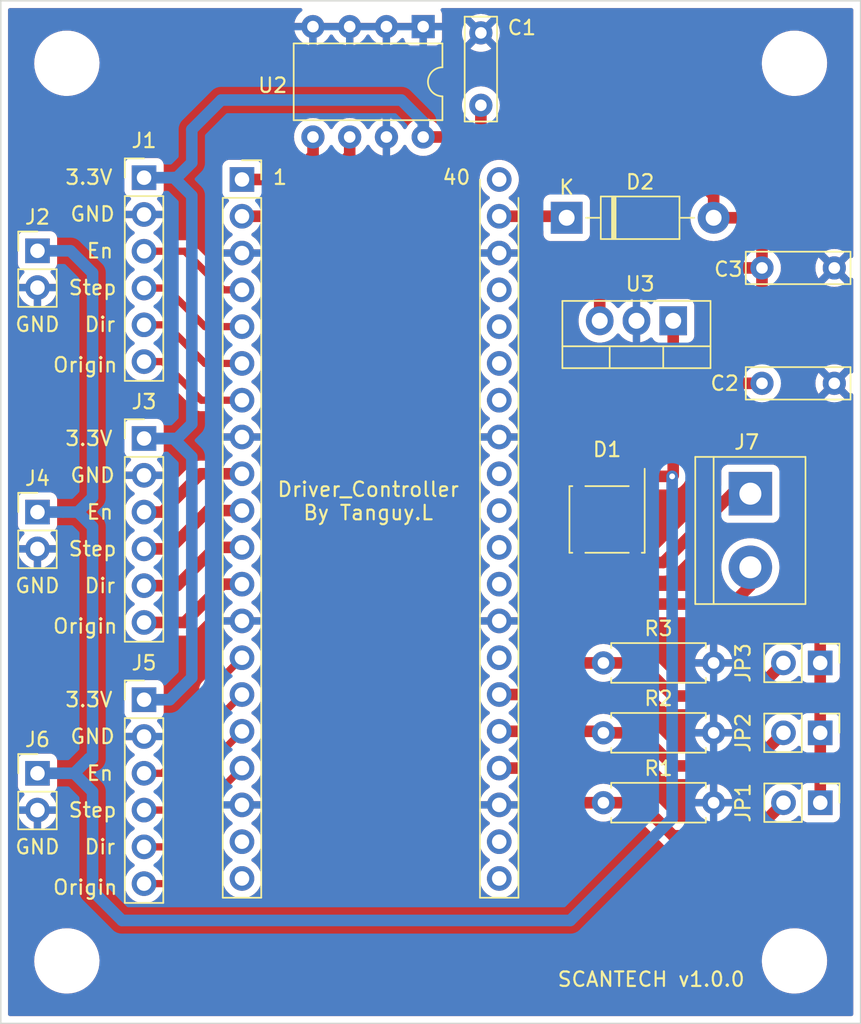
<source format=kicad_pcb>
(kicad_pcb (version 20211014) (generator pcbnew)
  (layers (0 "F.Cu" signal) (31 "B.Cu" signal) (34 "B.Paste" user) (35 "F.Paste" user) (36 "B.SilkS" user "B.Silkscreen") (37 "F.SilkS" user "F.Silkscreen") (38 "B.Mask" user) (39 "F.Mask" user) (44 "Edge.Cuts" user))
  (net 0 "")
  (net 1 "+3.3V")
  (net 2 "GND")
  (net 3 "Net-(C2-Pad1)")
  (net 4 "Net-(D1-Pad3)")
  (net 5 "Net-(D1-Pad4)")
  (net 6 "Net-(D2-Pad1)")
  (net 7 "Net-(J1-Pad3)")
  (net 8 "Net-(J1-Pad4)")
  (net 9 "Net-(J1-Pad5)")
  (net 10 "Net-(J1-Pad6)")
  (net 11 "Net-(J3-Pad3)")
  (net 12 "Net-(J3-Pad4)")
  (net 13 "Net-(J3-Pad5)")
  (net 14 "Net-(J3-Pad6)")
  (net 15 "Net-(J5-Pad3)")
  (net 16 "Net-(J5-Pad4)")
  (net 17 "Net-(J5-Pad5)")
  (net 18 "Net-(J5-Pad6)")
  (net 19 "Net-(JP1-Pad2)")
  (net 20 "Net-(JP2-Pad2)")
  (net 21 "Net-(JP3-Pad2)")
  (net 22 "Net-(U1-Pad2)")
  (net 23 "Net-(U1-Pad1)")
  (footprint "Resistor_THT:R_Axial_DIN0207_L6.3mm_D2.5mm_P7.62mm_Horizontal" (layer "F.Cu") (at 151.638 106.68)
    (fp_text reference "R3" (at 3.81 -2.37) (layer "F.SilkS"))
    (fp_text value "10k")
    (fp_line (start 0.54 -1.37) (end 7.08 -1.37) (layer "F.SilkS") (width 0.12))
    (fp_line (start 7.08 1.37) (end 7.08 1.04) (layer "F.SilkS") (width 0.12))
    (fp_line (start 0.54 1.37) (end 7.08 1.37) (layer "F.SilkS") (width 0.12))
    (fp_line (start 7.08 -1.37) (end 7.08 -1.04) (layer "F.SilkS") (width 0.12))
    (fp_line (start 0.54 -1.04) (end 0.54 -1.37) (layer "F.SilkS") (width 0.12))
    (fp_line (start 0.54 1.04) (end 0.54 1.37) (layer "F.SilkS") (width 0.12))
    (pad "1" thru_hole circle (at 0 0) (size 1.6 1.6) (drill 0.8) (layers *.Cu *.Mask) (net 21 "Net-(JP3-Pad2)"))
    (pad "2" thru_hole oval (at 7.62 0) (size 1.6 1.6) (drill 0.8) (layers *.Cu *.Mask) (net 2 "GND"))
  )
  (footprint "MountingHole:MountingHole_3.5mm" (layer "F.Cu") (at 164.846 127.254)
    (fp_text reference "REF**" hide)
    (fp_text value "MountingHole_3.5mm" hide)
    (pad "" np_thru_hole circle (at 0 0) (size 3.5 3.5) (drill 3.5) (layers *.Cu *.Mask))
  )
  (footprint "Capacitor_THT:C_Rect_L7.0mm_W2.0mm_P5.00mm" (layer "F.Cu") (at 143.17 68.18 90)
    (fp_text reference "C1" (at 5.36 2.83 180) (layer "F.SilkS"))
    (fp_text value "100nF")
    (fp_line (start -1.12 -1.12) (end -1.12 1.12) (layer "F.SilkS") (width 0.12))
    (fp_line (start -1.12 -1.12) (end 6.12 -1.12) (layer "F.SilkS") (width 0.12))
    (fp_line (start -1.12 1.12) (end 6.12 1.12) (layer "F.SilkS") (width 0.12))
    (fp_line (start 6.12 -1.12) (end 6.12 1.12) (layer "F.SilkS") (width 0.12))
    (pad "1" thru_hole circle (at 0 0 90) (size 1.6 1.6) (drill 0.8) (layers *.Cu *.Mask) (net 1 "+3.3V"))
    (pad "2" thru_hole circle (at 5 0 90) (size 1.6 1.6) (drill 0.8) (layers *.Cu *.Mask) (net 2 "GND"))
  )
  (footprint "Capacitor_THT:C_Rect_L7.0mm_W2.0mm_P5.00mm" (layer "F.Cu") (at 162.6 79.408)
    (fp_text reference "C3" (at -2.326 0.094) (layer "F.SilkS"))
    (fp_text value "10uF" hide)
    (fp_line (start 6.12 -1.12) (end 6.12 1.12) (layer "F.SilkS") (width 0.12))
    (fp_line (start -1.12 1.12) (end 6.12 1.12) (layer "F.SilkS") (width 0.12))
    (fp_line (start -1.12 -1.12) (end 6.12 -1.12) (layer "F.SilkS") (width 0.12))
    (fp_line (start -1.12 -1.12) (end -1.12 1.12) (layer "F.SilkS") (width 0.12))
    (pad "1" thru_hole circle (at 0 0) (size 1.6 1.6) (drill 0.8) (layers *.Cu *.Mask) (net 1 "+3.3V"))
    (pad "2" thru_hole circle (at 5 0) (size 1.6 1.6) (drill 0.8) (layers *.Cu *.Mask) (net 2 "GND"))
  )
  (footprint "MountingHole:MountingHole_3.5mm" (layer "F.Cu") (at 114.554 65.278)
    (fp_text reference "REF**" hide)
    (fp_text value "MountingHole_3.5mm" hide)
    (pad "" np_thru_hole circle (at 0 0) (size 3.5 3.5) (drill 3.5) (layers *.Cu *.Mask))
  )
  (footprint "Capacitor_THT:C_Rect_L7.0mm_W2.0mm_P5.00mm" (layer "F.Cu") (at 162.6 87.376)
    (fp_text reference "C2" (at -2.58 0) (layer "F.SilkS"))
    (fp_text value "100uF" hide)
    (fp_line (start 6.12 -1.12) (end 6.12 1.12) (layer "F.SilkS") (width 0.12))
    (fp_line (start -1.12 -1.12) (end 6.12 -1.12) (layer "F.SilkS") (width 0.12))
    (fp_line (start -1.12 -1.12) (end -1.12 1.12) (layer "F.SilkS") (width 0.12))
    (fp_line (start -1.12 1.12) (end 6.12 1.12) (layer "F.SilkS") (width 0.12))
    (pad "1" thru_hole circle (at 0 0) (size 1.6 1.6) (drill 0.8) (layers *.Cu *.Mask) (net 3 "Net-(C2-Pad1)"))
    (pad "2" thru_hole circle (at 5 0) (size 1.6 1.6) (drill 0.8) (layers *.Cu *.Mask) (net 2 "GND"))
  )
  (footprint "Connector_PinHeader_2.54mm:PinHeader_1x06_P2.54mm_Vertical" (layer "F.Cu") (at 119.888 91.186)
    (fp_text reference "J3" (at 0 -2.54) (layer "F.SilkS"))
    (fp_text value "Conn_01x06" hide)
    (fp_line (start -1.33 1.27) (end 1.33 1.27) (layer "F.SilkS") (width 0.12))
    (fp_line (start 1.33 1.27) (end 1.33 14.03) (layer "F.SilkS") (width 0.12))
    (fp_line (start -1.33 14.03) (end 1.33 14.03) (layer "F.SilkS") (width 0.12))
    (fp_line (start -1.33 -1.33) (end 0 -1.33) (layer "F.SilkS") (width 0.12))
    (fp_line (start -1.33 0) (end -1.33 -1.33) (layer "F.SilkS") (width 0.12))
    (fp_line (start -1.33 1.27) (end -1.33 14.03) (layer "F.SilkS") (width 0.12))
    (pad "1" thru_hole rect (at 0 0) (size 1.7 1.7) (drill 1) (layers *.Cu *.Mask) (net 1 "+3.3V"))
    (pad "2" thru_hole oval (at 0 2.54) (size 1.7 1.7) (drill 1) (layers *.Cu *.Mask) (net 2 "GND"))
    (pad "3" thru_hole oval (at 0 5.08) (size 1.7 1.7) (drill 1) (layers *.Cu *.Mask) (net 11 "Net-(J3-Pad3)"))
    (pad "4" thru_hole oval (at 0 7.62) (size 1.7 1.7) (drill 1) (layers *.Cu *.Mask) (net 12 "Net-(J3-Pad4)"))
    (pad "5" thru_hole oval (at 0 10.16) (size 1.7 1.7) (drill 1) (layers *.Cu *.Mask) (net 13 "Net-(J3-Pad5)"))
    (pad "6" thru_hole oval (at 0 12.7) (size 1.7 1.7) (drill 1) (layers *.Cu *.Mask) (net 14 "Net-(J3-Pad6)"))
  )
  (footprint "Connector_PinHeader_2.54mm:PinHeader_1x02_P2.54mm_Vertical" (layer "F.Cu") (at 166.624 106.68 -90)
    (fp_text reference "JP3" (at 0 5.334 90) (layer "F.SilkS"))
    (fp_text value "Jumper_2_Open" hide)
    (fp_line (start -1.33 3.87) (end 1.33 3.87) (layer "F.SilkS") (width 0.12))
    (fp_line (start -1.33 -1.33) (end 0 -1.33) (layer "F.SilkS") (width 0.12))
    (fp_line (start -1.33 0) (end -1.33 -1.33) (layer "F.SilkS") (width 0.12))
    (fp_line (start -1.33 1.27) (end -1.33 3.87) (layer "F.SilkS") (width 0.12))
    (fp_line (start -1.33 1.27) (end 1.33 1.27) (layer "F.SilkS") (width 0.12))
    (fp_line (start 1.33 1.27) (end 1.33 3.87) (layer "F.SilkS") (width 0.12))
    (pad "1" thru_hole rect (at 0 0 270) (size 1.7 1.7) (drill 1) (layers *.Cu *.Mask) (net 1 "+3.3V"))
    (pad "2" thru_hole oval (at 0 2.54 270) (size 1.7 1.7) (drill 1) (layers *.Cu *.Mask) (net 21 "Net-(JP3-Pad2)"))
  )
  (footprint "Connector_PinHeader_2.54mm:PinHeader_1x02_P2.54mm_Vertical" (layer "F.Cu") (at 112.522 114.3)
    (fp_text reference "J6" (at 0 -2.33) (layer "F.SilkS"))
    (fp_text value "Conn_01x02" hide)
    (fp_line (start -1.33 1.27) (end 1.33 1.27) (layer "F.SilkS") (width 0.12))
    (fp_line (start -1.33 -1.33) (end 0 -1.33) (layer "F.SilkS") (width 0.12))
    (fp_line (start -1.33 0) (end -1.33 -1.33) (layer "F.SilkS") (width 0.12))
    (fp_line (start -1.33 3.87) (end 1.33 3.87) (layer "F.SilkS") (width 0.12))
    (fp_line (start 1.33 1.27) (end 1.33 3.87) (layer "F.SilkS") (width 0.12))
    (fp_line (start -1.33 1.27) (end -1.33 3.87) (layer "F.SilkS") (width 0.12))
    (pad "1" thru_hole rect (at 0 0) (size 1.7 1.7) (drill 1) (layers *.Cu *.Mask) (net 3 "Net-(C2-Pad1)"))
    (pad "2" thru_hole oval (at 0 2.54) (size 1.7 1.7) (drill 1) (layers *.Cu *.Mask) (net 2 "GND"))
  )
  (footprint "Connector_PinHeader_2.54mm:PinHeader_1x02_P2.54mm_Vertical" (layer "F.Cu") (at 112.522 96.266)
    (fp_text reference "J4" (at 0 -2.33) (layer "F.SilkS"))
    (fp_text value "Conn_01x02" hide)
    (fp_line (start -1.33 1.27) (end -1.33 3.87) (layer "F.SilkS") (width 0.12))
    (fp_line (start 1.33 1.27) (end 1.33 3.87) (layer "F.SilkS") (width 0.12))
    (fp_line (start -1.33 3.87) (end 1.33 3.87) (layer "F.SilkS") (width 0.12))
    (fp_line (start -1.33 0) (end -1.33 -1.33) (layer "F.SilkS") (width 0.12))
    (fp_line (start -1.33 -1.33) (end 0 -1.33) (layer "F.SilkS") (width 0.12))
    (fp_line (start -1.33 1.27) (end 1.33 1.27) (layer "F.SilkS") (width 0.12))
    (pad "1" thru_hole rect (at 0 0) (size 1.7 1.7) (drill 1) (layers *.Cu *.Mask) (net 3 "Net-(C2-Pad1)"))
    (pad "2" thru_hole oval (at 0 2.54) (size 1.7 1.7) (drill 1) (layers *.Cu *.Mask) (net 2 "GND"))
  )
  (footprint "Resistor_THT:R_Axial_DIN0207_L6.3mm_D2.5mm_P7.62mm_Horizontal" (layer "F.Cu") (at 151.638 116.332)
    (fp_text reference "R1" (at 3.81 -2.37) (layer "F.SilkS"))
    (fp_text value "10k")
    (fp_line (start 0.54 1.37) (end 7.08 1.37) (layer "F.SilkS") (width 0.12))
    (fp_line (start 0.54 1.04) (end 0.54 1.37) (layer "F.SilkS") (width 0.12))
    (fp_line (start 0.54 -1.04) (end 0.54 -1.37) (layer "F.SilkS") (width 0.12))
    (fp_line (start 7.08 1.37) (end 7.08 1.04) (layer "F.SilkS") (width 0.12))
    (fp_line (start 0.54 -1.37) (end 7.08 -1.37) (layer "F.SilkS") (width 0.12))
    (fp_line (start 7.08 -1.37) (end 7.08 -1.04) (layer "F.SilkS") (width 0.12))
    (pad "1" thru_hole circle (at 0 0) (size 1.6 1.6) (drill 0.8) (layers *.Cu *.Mask) (net 19 "Net-(JP1-Pad2)"))
    (pad "2" thru_hole oval (at 7.62 0) (size 1.6 1.6) (drill 0.8) (layers *.Cu *.Mask) (net 2 "GND"))
  )
  (footprint "Connector_PinHeader_2.54mm:PinHeader_1x06_P2.54mm_Vertical" (layer "F.Cu") (at 119.888 109.22)
    (fp_text reference "J5" (at 0 -2.54) (layer "F.SilkS"))
    (fp_text value "Conn_01x06" hide)
    (fp_line (start -1.33 0) (end -1.33 -1.33) (layer "F.SilkS") (width 0.12))
    (fp_line (start -1.33 1.27) (end -1.33 14.03) (layer "F.SilkS") (width 0.12))
    (fp_line (start -1.33 -1.33) (end 0 -1.33) (layer "F.SilkS") (width 0.12))
    (fp_line (start 1.33 1.27) (end 1.33 14.03) (layer "F.SilkS") (width 0.12))
    (fp_line (start -1.33 1.27) (end 1.33 1.27) (layer "F.SilkS") (width 0.12))
    (fp_line (start -1.33 14.03) (end 1.33 14.03) (layer "F.SilkS") (width 0.12))
    (pad "1" thru_hole rect (at 0 0) (size 1.7 1.7) (drill 1) (layers *.Cu *.Mask) (net 1 "+3.3V"))
    (pad "2" thru_hole oval (at 0 2.54) (size 1.7 1.7) (drill 1) (layers *.Cu *.Mask) (net 2 "GND"))
    (pad "3" thru_hole oval (at 0 5.08) (size 1.7 1.7) (drill 1) (layers *.Cu *.Mask) (net 15 "Net-(J5-Pad3)"))
    (pad "4" thru_hole oval (at 0 7.62) (size 1.7 1.7) (drill 1) (layers *.Cu *.Mask) (net 16 "Net-(J5-Pad4)"))
    (pad "5" thru_hole oval (at 0 10.16) (size 1.7 1.7) (drill 1) (layers *.Cu *.Mask) (net 17 "Net-(J5-Pad5)"))
    (pad "6" thru_hole oval (at 0 12.7) (size 1.7 1.7) (drill 1) (layers *.Cu *.Mask) (net 18 "Net-(J5-Pad6)"))
  )
  (footprint "Connector_PinHeader_2.54mm:PinHeader_1x06_P2.54mm_Vertical" (layer "F.Cu") (at 119.888 73.177)
    (fp_text reference "J1" (at 0 -2.565) (layer "F.SilkS"))
    (fp_text value "Conn_01x06" hide)
    (fp_line (start -1.33 1.27) (end 1.33 1.27) (layer "F.SilkS") (width 0.12))
    (fp_line (start 1.33 1.27) (end 1.33 14.03) (layer "F.SilkS") (width 0.12))
    (fp_line (start -1.33 0) (end -1.33 -1.33) (layer "F.SilkS") (width 0.12))
    (fp_line (start -1.33 14.03) (end 1.33 14.03) (layer "F.SilkS") (width 0.12))
    (fp_line (start -1.33 -1.33) (end 0 -1.33) (layer "F.SilkS") (width 0.12))
    (fp_line (start -1.33 1.27) (end -1.33 14.03) (layer "F.SilkS") (width 0.12))
    (pad "1" thru_hole rect (at 0 0) (size 1.7 1.7) (drill 1) (layers *.Cu *.Mask) (net 1 "+3.3V"))
    (pad "2" thru_hole oval (at 0 2.54) (size 1.7 1.7) (drill 1) (layers *.Cu *.Mask) (net 2 "GND"))
    (pad "3" thru_hole oval (at 0 5.08) (size 1.7 1.7) (drill 1) (layers *.Cu *.Mask) (net 7 "Net-(J1-Pad3)"))
    (pad "4" thru_hole oval (at 0 7.62) (size 1.7 1.7) (drill 1) (layers *.Cu *.Mask) (net 8 "Net-(J1-Pad4)"))
    (pad "5" thru_hole oval (at 0 10.16) (size 1.7 1.7) (drill 1) (layers *.Cu *.Mask) (net 9 "Net-(J1-Pad5)"))
    (pad "6" thru_hole oval (at 0 12.7) (size 1.7 1.7) (drill 1) (layers *.Cu *.Mask) (net 10 "Net-(J1-Pad6)"))
  )
  (footprint "Package_TO_SOT_THT:TO-220-3_Vertical" (layer "F.Cu") (at 156.464 83.058 180)
    (fp_text reference "U3" (at 2.286 2.54) (layer "F.SilkS"))
    (fp_text value "LM7805_TO220" hide)
    (fp_line (start 0.69 -3.27) (end 0.69 -1.76) (layer "F.SilkS") (width 0.12))
    (fp_line (start -2.58 -3.27) (end 7.66 -3.27) (layer "F.SilkS") (width 0.12))
    (fp_line (start -2.58 -3.27) (end -2.58 1.371) (layer "F.SilkS") (width 0.12))
    (fp_line (start 7.66 -3.27) (end 7.66 1.371) (layer "F.SilkS") (width 0.12))
    (fp_line (start -2.58 1.371) (end 7.66 1.371) (layer "F.SilkS") (width 0.12))
    (fp_line (start -2.58 -1.76) (end 7.66 -1.76) (layer "F.SilkS") (width 0.12))
    (fp_line (start 4.391 -3.27) (end 4.391 -1.76) (layer "F.SilkS") (width 0.12))
    (pad "1" thru_hole rect (at 0 0 180) (size 1.905 2) (drill 1.1) (layers *.Cu *.Mask) (net 3 "Net-(C2-Pad1)"))
    (pad "2" thru_hole oval (at 2.54 0 180) (size 1.905 2) (drill 1.1) (layers *.Cu *.Mask) (net 2 "GND"))
    (pad "3" thru_hole oval (at 5.08 0 180) (size 1.905 2) (drill 1.1) (layers *.Cu *.Mask) (net 1 "+3.3V"))
  )
  (footprint "Connector_PinHeader_2.54mm:PinHeader_1x02_P2.54mm_Vertical" (layer "F.Cu") (at 166.629 116.332 -90)
    (fp_text reference "JP1" (at 0 5.339 90) (layer "F.SilkS"))
    (fp_text value "Jumper_2_Open" hide)
    (fp_line (start 1.33 1.27) (end 1.33 3.87) (layer "F.SilkS") (width 0.12))
    (fp_line (start -1.33 3.87) (end 1.33 3.87) (layer "F.SilkS") (width 0.12))
    (fp_line (start -1.33 1.27) (end -1.33 3.87) (layer "F.SilkS") (width 0.12))
    (fp_line (start -1.33 -1.33) (end 0 -1.33) (layer "F.SilkS") (width 0.12))
    (fp_line (start -1.33 1.27) (end 1.33 1.27) (layer "F.SilkS") (width 0.12))
    (fp_line (start -1.33 0) (end -1.33 -1.33) (layer "F.SilkS") (width 0.12))
    (pad "1" thru_hole rect (at 0 0 270) (size 1.7 1.7) (drill 1) (layers *.Cu *.Mask) (net 1 "+3.3V"))
    (pad "2" thru_hole oval (at 0 2.54 270) (size 1.7 1.7) (drill 1) (layers *.Cu *.Mask) (net 19 "Net-(JP1-Pad2)"))
  )
  (footprint "MountingHole:MountingHole_3.5mm" (layer "F.Cu") (at 114.554 127.254)
    (fp_text reference "REF**" hide)
    (fp_text value "MountingHole_3.5mm" hide)
    (pad "" np_thru_hole circle (at 0 0) (size 3.5 3.5) (drill 3.5) (layers *.Cu *.Mask))
  )
  (footprint "Package_DIP:DIP-8_W7.62mm" (layer "F.Cu") (at 139.182 62.748 -90)
    (fp_text reference "U2" (at 4.054 10.404) (layer "F.SilkS"))
    (fp_text value "24LC01" hide)
    (fp_line (start 1.16 -1.33) (end 1.16 8.95) (layer "F.SilkS") (width 0.12))
    (fp_line (start 1.16 8.95) (end 6.46 8.95) (layer "F.SilkS") (width 0.12))
    (fp_line (start 6.46 8.95) (end 6.46 -1.33) (layer "F.SilkS") (width 0.12))
    (fp_line (start 2.81 -1.33) (end 1.16 -1.33) (layer "F.SilkS") (width 0.12))
    (fp_line (start 6.46 -1.33) (end 4.81 -1.33) (layer "F.SilkS") (width 0.12))
    (fp_arc (start 4.81 -1.33) (mid 3.81 -0.33) (end 2.81 -1.33) (layer "F.SilkS") (width 0.12))
    (pad "1" thru_hole rect (at 0 0 270) (size 1.6 1.6) (drill 0.8) (layers *.Cu *.Mask) (net 2 "GND"))
    (pad "2" thru_hole oval (at 0 2.54 270) (size 1.6 1.6) (drill 0.8) (layers *.Cu *.Mask) (net 2 "GND"))
    (pad "3" thru_hole oval (at 0 5.08 270) (size 1.6 1.6) (drill 0.8) (layers *.Cu *.Mask) (net 2 "GND"))
    (pad "4" thru_hole oval (at 0 7.62 270) (size 1.6 1.6) (drill 0.8) (layers *.Cu *.Mask) (net 2 "GND"))
    (pad "5" thru_hole oval (at 7.62 7.62 270) (size 1.6 1.6) (drill 0.8) (layers *.Cu *.Mask) (net 23 "Net-(U1-Pad1)"))
    (pad "6" thru_hole oval (at 7.62 5.08 270) (size 1.6 1.6) (drill 0.8) (layers *.Cu *.Mask) (net 22 "Net-(U1-Pad2)"))
    (pad "7" thru_hole oval (at 7.62 2.54 270) (size 1.6 1.6) (drill 0.8) (layers *.Cu *.Mask) (net 2 "GND"))
    (pad "8" thru_hole oval (at 7.62 0 270) (size 1.6 1.6) (drill 0.8) (layers *.Cu *.Mask) (net 1 "+3.3V"))
  )
  (footprint "Diode_THT:D_DO-41_SOD81_P10.16mm_Horizontal" (layer "F.Cu") (at 149.098 75.946)
    (fp_text reference "D2" (at 5.08 -2.47) (layer "F.SilkS"))
    (fp_text value "1N4001" hide)
    (fp_text user "K" (at 0 -2.1) (layer "F.SilkS"))
    (fp_line (start 1.34 0) (end 2.36 0) (layer "F.SilkS") (width 0.12))
    (fp_line (start 7.8 1.47) (end 7.8 -1.47) (layer "F.SilkS") (width 0.12))
    (fp_line (start 3.14 -1.47) (end 3.14 1.47) (layer "F.SilkS") (width 0.12))
    (fp_line (start 2.36 -1.47) (end 2.36 1.47) (layer "F.SilkS") (width 0.12))
    (fp_line (start 2.36 1.47) (end 7.8 1.47) (layer "F.SilkS") (width 0.12))
    (fp_line (start 3.26 -1.47) (end 3.26 1.47) (layer "F.SilkS") (width 0.12))
    (fp_line (start 7.8 -1.47) (end 2.36 -1.47) (layer "F.SilkS") (width 0.12))
    (fp_line (start 3.38 -1.47) (end 3.38 1.47) (layer "F.SilkS") (width 0.12))
    (fp_line (start 8.82 0) (end 7.8 0) (layer "F.SilkS") (width 0.12))
    (pad "1" thru_hole rect (at 0 0) (size 2.2 2.2) (drill 1.1) (layers *.Cu *.Mask) (net 6 "Net-(D2-Pad1)"))
    (pad "2" thru_hole oval (at 10.16 0) (size 2.2 2.2) (drill 1.1) (layers *.Cu *.Mask) (net 1 "+3.3V"))
  )
  (footprint "Diode_SMD:Diode_Bridge_Diotec_ABS" (layer "F.Cu") (at 151.892 96.774 -90)
    (fp_text reference "D1" (at -4.826 0) (layer "F.SilkS"))
    (fp_text value "ABS2" hide)
    (fp_line (start -2.3 1.5) (end -2.3 -1.5) (layer "F.SilkS") (width 0.12))
    (fp_line (start 2.3 2.6) (end -2.3 2.6) (layer "F.SilkS") (width 0.12))
    (fp_line (start 2.3 2.4) (end 2.3 2.6) (layer "F.SilkS") (width 0.12))
    (fp_line (start 2.3 -1.5) (end 2.3 1.5) (layer "F.SilkS") (width 0.12))
    (fp_line (start -2.3 2.6) (end -2.3 2.4) (layer "F.SilkS") (width 0.12))
    (fp_line (start 2.3 -2.6) (end -3.5 -2.6) (layer "F.SilkS") (width 0.12))
    (fp_line (start 2.3 -2.4) (end 2.3 -2.6) (layer "F.SilkS") (width 0.12))
    (pad "1" smd rect (at -2.975 -2 270) (size 1 0.7) (layers "F.Cu" "F.Paste" "F.Mask") (net 3 "Net-(C2-Pad1)"))
    (pad "2" smd rect (at -2.975 2 270) (size 1 0.7) (layers "F.Cu" "F.Paste" "F.Mask") (net 2 "GND"))
    (pad "3" smd rect (at 2.975 2 270) (size 1 0.7) (layers "F.Cu" "F.Paste" "F.Mask") (net 4 "Net-(D1-Pad3)"))
    (pad "4" smd rect (at 2.975 -2 270) (size 1 0.7) (layers "F.Cu" "F.Paste" "F.Mask") (net 5 "Net-(D1-Pad4)"))
  )
  (footprint "Connector_PinHeader_2.54mm:PinHeader_1x02_P2.54mm_Vertical" (layer "F.Cu") (at 166.624 111.506 -90)
    (fp_text reference "JP2" (at 0 5.334 90) (layer "F.SilkS"))
    (fp_text value "Jumper_2_Open" hide)
    (fp_line (start -1.33 1.27) (end -1.33 3.87) (layer "F.SilkS") (width 0.12))
    (fp_line (start -1.33 1.27) (end 1.33 1.27) (layer "F.SilkS") (width 0.12))
    (fp_line (start -1.33 0) (end -1.33 -1.33) (layer "F.SilkS") (width 0.12))
    (fp_line (start 1.33 1.27) (end 1.33 3.87) (layer "F.SilkS") (width 0.12))
    (fp_line (start -1.33 3.87) (end 1.33 3.87) (layer "F.SilkS") (width 0.12))
    (fp_line (start -1.33 -1.33) (end 0 -1.33) (layer "F.SilkS") (width 0.12))
    (pad "1" thru_hole rect (at 0 0 270) (size 1.7 1.7) (drill 1) (layers *.Cu *.Mask) (net 1 "+3.3V"))
    (pad "2" thru_hole oval (at 0 2.54 270) (size 1.7 1.7) (drill 1) (layers *.Cu *.Mask) (net 20 "Net-(JP2-Pad2)"))
  )
  (footprint "Resistor_THT:R_Axial_DIN0207_L6.3mm_D2.5mm_P7.62mm_Horizontal" (layer "F.Cu") (at 151.638 111.506)
    (fp_text reference "R2" (at 3.81 -2.37) (layer "F.SilkS"))
    (fp_text value "10k")
    (fp_line (start 0.54 1.04) (end 0.54 1.37) (layer "F.SilkS") (width 0.12))
    (fp_line (start 0.54 1.37) (end 7.08 1.37) (layer "F.SilkS") (width 0.12))
    (fp_line (start 7.08 1.37) (end 7.08 1.04) (layer "F.SilkS") (width 0.12))
    (fp_line (start 0.54 -1.37) (end 7.08 -1.37) (layer "F.SilkS") (width 0.12))
    (fp_line (start 0.54 -1.04) (end 0.54 -1.37) (layer "F.SilkS") (width 0.12))
    (fp_line (start 7.08 -1.37) (end 7.08 -1.04) (layer "F.SilkS") (width 0.12))
    (pad "1" thru_hole circle (at 0 0) (size 1.6 1.6) (drill 0.8) (layers *.Cu *.Mask) (net 20 "Net-(JP2-Pad2)"))
    (pad "2" thru_hole oval (at 7.62 0) (size 1.6 1.6) (drill 0.8) (layers *.Cu *.Mask) (net 2 "GND"))
  )
  (footprint "Connector_PinHeader_2.54mm:PinHeader_1x02_P2.54mm_Vertical" (layer "F.Cu") (at 112.522 78.227)
    (fp_text reference "J2" (at 0 -2.33) (layer "F.SilkS"))
    (fp_text value "Conn_01x02" hide)
    (fp_line (start -1.33 0) (end -1.33 -1.33) (layer "F.SilkS") (width 0.12))
    (fp_line (start -1.33 1.27) (end 1.33 1.27) (layer "F.SilkS") (width 0.12))
    (fp_line (start -1.33 -1.33) (end 0 -1.33) (layer "F.SilkS") (width 0.12))
    (fp_line (start -1.33 3.87) (end 1.33 3.87) (layer "F.SilkS") (width 0.12))
    (fp_line (start -1.33 1.27) (end -1.33 3.87) (layer "F.SilkS") (width 0.12))
    (fp_line (start 1.33 1.27) (end 1.33 3.87) (layer "F.SilkS") (width 0.12))
    (pad "1" thru_hole rect (at 0 0) (size 1.7 1.7) (drill 1) (layers *.Cu *.Mask) (net 3 "Net-(C2-Pad1)"))
    (pad "2" thru_hole oval (at 0 2.54) (size 1.7 1.7) (drill 1) (layers *.Cu *.Mask) (net 2 "GND"))
  )
  (footprint "TerminalBlock:TerminalBlock_bornier-2_P5.08mm" (layer "F.Cu") (at 161.798 94.996 -90)
    (fp_text reference "J7" (at -3.556 0.254) (layer "F.SilkS"))
    (fp_text value "Screw_Terminal_01x02" hide)
    (fp_line (start -2.54 3.81) (end 7.62 3.81) (layer "F.SilkS") (width 0.12))
    (fp_line (start -2.54 -3.81) (end -2.54 3.81) (layer "F.SilkS") (width 0.12))
    (fp_line (start 7.62 3.81) (end 7.62 -3.81) (layer "F.SilkS") (width 0.12))
    (fp_line (start 7.62 2.54) (end -2.54 2.54) (layer "F.SilkS") (width 0.12))
    (fp_line (start 7.62 -3.81) (end -2.54 -3.81) (layer "F.SilkS") (width 0.12))
    (pad "1" thru_hole rect (at 0 0 270) (size 3 3) (drill 1.52) (layers *.Cu *.Mask) (net 5 "Net-(D1-Pad4)"))
    (pad "2" thru_hole circle (at 5.08 0 270) (size 3 3) (drill 1.52) (layers *.Cu *.Mask) (net 4 "Net-(D1-Pad3)"))
  )
  (footprint "MountingHole:MountingHole_3.5mm" (layer "F.Cu") (at 164.846 65.278)
    (fp_text reference "REF**" hide)
    (fp_text value "MountingHole_3.5mm" hide)
    (pad "" np_thru_hole circle (at 0 0) (size 3.5 3.5) (drill 3.5) (layers *.Cu *.Mask))
  )
  (footprint "LibraryFootprint:foo" (layer "F.Cu") (at 126.658 73.302)
    (fp_text reference "U1" hide)
    (fp_text value "Raspberry_pico_H" hide)
    (fp_line (start 16.45 49.59) (end 19.11 49.59) (layer "F.SilkS") (width 0.12))
    (fp_line (start -1.33 1.27) (end -1.33 49.59) (layer "F.SilkS") (width 0.12))
    (fp_line (start 1.33 1.27) (end 1.33 49.59) (layer "F.SilkS") (width 0.12))
    (fp_line (start 16.45 0) (end 16.45 49.59) (layer "F.SilkS") (width 0.12))
    (fp_line (start 19.11 1.27) (end 19.11 49.59) (layer "F.SilkS") (width 0.12))
    (fp_line (start 0 -1.33) (end 1.33 -1.33) (layer "F.SilkS") (width 0.12))
    (fp_line (start -1.33 49.59) (end 1.33 49.59) (layer "F.SilkS") (width 0.12))
    (fp_line (start 1.33 -1.33) (end 1.33 0) (layer "F.SilkS") (width 0.12))
    (fp_line (start -1.33 1.27) (end 1.33 1.27) (layer "F.SilkS") (width 0.12))
    (pad "1" thru_hole rect (at 0 0) (size 1.7 1.7) (drill 1) (layers *.Cu *.Mask) (net 23 "Net-(U1-Pad1)"))
    (pad "2" thru_hole oval (at 0 2.54) (size 1.7 1.7) (drill 1) (layers *.Cu *.Mask) (net 22 "Net-(U1-Pad2)"))
    (pad "3" thru_hole oval (at 0 5.08) (size 1.7 1.7) (drill 1) (layers *.Cu *.Mask) (net 2 "GND"))
    (pad "4" thru_hole oval (at 0 7.62) (size 1.7 1.7) (drill 1) (layers *.Cu *.Mask) (net 7 "Net-(J1-Pad3)"))
    (pad "5" thru_hole oval (at 0 10.16) (size 1.7 1.7) (drill 1) (layers *.Cu *.Mask) (net 8 "Net-(J1-Pad4)"))
    (pad "6" thru_hole oval (at 0 12.7) (size 1.7 1.7) (drill 1) (layers *.Cu *.Mask) (net 9 "Net-(J1-Pad5)"))
    (pad "7" thru_hole oval (at 0 15.24) (size 1.7 1.7) (drill 1) (layers *.Cu *.Mask) (net 10 "Net-(J1-Pad6)"))
    (pad "8" thru_hole oval (at 0 17.78) (size 1.7 1.7) (drill 1) (layers *.Cu *.Mask) (net 2 "GND"))
    (pad "9" thru_hole oval (at 0 20.32) (size 1.7 1.7) (drill 1) (layers *.Cu *.Mask) (net 11 "Net-(J3-Pad3)"))
    (pad "10" thru_hole oval (at 0 22.86) (size 1.7 1.7) (drill 1) (layers *.Cu *.Mask) (net 12 "Net-(J3-Pad4)"))
    (pad "11" thru_hole oval (at 0 25.4) (size 1.7 1.7) (drill 1) (layers *.Cu *.Mask) (net 13 "Net-(J3-Pad5)"))
    (pad "12" thru_hole oval (at 0 27.94) (size 1.7 1.7) (drill 1) (layers *.Cu *.Mask) (net 14 "Net-(J3-Pad6)"))
    (pad "13" thru_hole oval (at 0 30.48) (size 1.7 1.7) (drill 1) (layers *.Cu *.Mask) (net 2 "GND"))
    (pad "14" thru_hole oval (at 0 33.02) (size 1.7 1.7) (drill 1) (layers *.Cu *.Mask) (net 15 "Net-(J5-Pad3)"))
    (pad "15" thru_hole oval (at 0 35.56) (size 1.7 1.7) (drill 1) (layers *.Cu *.Mask) (net 16 "Net-(J5-Pad4)"))
    (pad "16" thru_hole oval (at 0 38.1) (size 1.7 1.7) (drill 1) (layers *.Cu *.Mask) (net 17 "Net-(J5-Pad5)"))
    (pad "17" thru_hole oval (at 0 40.64) (size 1.7 1.7) (drill 1) (layers *.Cu *.Mask) (net 18 "Net-(J5-Pad6)"))
    (pad "18" thru_hole oval (at 0 43.18) (size 1.7 1.7) (drill 1) (layers *.Cu *.Mask) (net 2 "GND"))
    (pad "19" thru_hole oval (at 0 45.72) (size 1.7 1.7) (drill 1) (layers *.Cu *.Mask))
    (pad "20" thru_hole oval (at 0 48.26) (size 1.7 1.7) (drill 1) (layers *.Cu *.Mask))
    (pad "21" thru_hole oval (at 17.78 48.26) (size 1.7 1.7) (drill 1) (layers *.Cu *.Mask))
    (pad "22" thru_hole oval (at 17.78 45.72) (size 1.7 1.7) (drill 1) (layers *.Cu *.Mask))
    (pad "23" thru_hole oval (at 17.78 43.18) (size 1.7 1.7) (drill 1) (layers *.Cu *.Mask) (net 2 "GND"))
    (pad "24" thru_hole oval (at 17.78 40.64) (size 1.7 1.7) (drill 1) (layers *.Cu *.Mask) (net 19 "Net-(JP1-Pad2)"))
    (pad "25" thru_hole oval (at 17.78 38.1) (size 1.7 1.7) (drill 1) (layers *.Cu *.Mask) (net 20 "Net-(JP2-Pad2)"))
    (pad "26" thru_hole oval (at 17.78 35.56) (size 1.7 1.7) (drill 1) (layers *.Cu *.Mask) (net 21 "Net-(JP3-Pad2)"))
    (pad "27" thru_hole oval (at 17.78 33.02) (size 1.7 1.7) (drill 1) (layers *.Cu *.Mask))
    (pad "28" thru_hole oval (at 17.78 30.48) (size 1.7 1.7) (drill 1) (layers *.Cu *.Mask) (net 2 "GND"))
    (pad "29" thru_hole oval (at 17.78 27.94) (size 1.7 1.7) (drill 1) (layers *.Cu *.Mask))
    (pad "30" thru_hole oval (at 17.78 25.4) (size 1.7 1.7) (drill 1) (layers *.Cu *.Mask))
    (pad "31" thru_hole oval (at 17.78 22.86) (size 1.7 1.7) (drill 1) (layers *.Cu *.Mask))
    (pad "32" thru_hole oval (at 17.78 20.32) (size 1.7 1.7) (drill 1) (layers *.Cu *.Mask))
    (pad "33" thru_hole oval (at 17.78 17.78) (size 1.7 1.7) (drill 1) (layers *.Cu *.Mask) (net 2 "GND"))
    (pad "34" thru_hole oval (at 17.78 15.24) (size 1.7 1.7) (drill 1) (layers *.Cu *.Mask))
    (pad "35" thru_hole oval (at 17.78 12.7) (size 1.7 1.7) (drill 1) (layers *.Cu *.Mask))
    (pad "36" thru_hole oval (at 17.78 10.16) (size 1.7 1.7) (drill 1) (layers *.Cu *.Mask))
    (pad "37" thru_hole oval (at 17.78 7.62) (size 1.7 1.7) (drill 1) (layers *.Cu *.Mask))
    (pad "38" thru_hole oval (at 17.78 5.08) (size 1.7 1.7) (drill 1) (layers *.Cu *.Mask) (net 2 "GND"))
    (pad "39" thru_hole oval (at 17.78 2.54) (size 1.7 1.7) (drill 1) (layers *.Cu *.Mask) (net 6 "Net-(D2-Pad1)"))
    (pad "40" thru_hole circle (at 17.78 0) (size 1.7 1.7) (drill 1) (layers *.Cu *.Mask))
  )
  (gr_rect (start 109.982 60.96) (end 169.418 131.572) (layer "Edge.Cuts") (width 0.1) (fill none))
  (gr_text "En" (at 116.84 96.266) (layer "F.SilkS") (effects (font (size 1 1))))
  (gr_text "SCANTECH v1.0.0" (at 154.94 128.524) (layer "F.SilkS") (effects (font (size 1 1))))
  (gr_text "Origin" (at 115.824 122.174) (layer "F.SilkS") (effects (font (size 1 1))))
  (gr_text "Origin" (at 115.824 104.14) (layer "F.SilkS") (effects (font (size 1 1))))
  (gr_text "Dir" (at 116.84 119.38) (layer "F.SilkS") (effects (font (size 1 1))))
  (gr_text "1" (at 129.286 73.152) (layer "F.SilkS") (effects (font (size 1 1))))
  (gr_text "Dir" (at 116.84 83.312) (layer "F.SilkS") (effects (font (size 1 1))))
  (gr_text "Driver_Controller\nBy Tanguy.L" (at 135.382 95.504) (layer "F.SilkS") (effects (font (size 1 1))))
  (gr_text "GND" (at 116.332 75.692) (layer "F.SilkS") (effects (font (size 1 1))))
  (gr_text "Step" (at 116.332 98.806) (layer "F.SilkS") (effects (font (size 1 1))))
  (gr_text "En" (at 116.84 114.3) (layer "F.SilkS") (effects (font (size 1 1))))
  (gr_text "GND" (at 116.332 111.76) (layer "F.SilkS") (effects (font (size 1 1))))
  (gr_text "GND" (at 116.332 93.726) (layer "F.SilkS") (effects (font (size 1 1))))
  (gr_text "Step" (at 116.332 116.84) (layer "F.SilkS") (effects (font (size 1 1))))
  (gr_text "GND" (at 112.522 101.346) (layer "F.SilkS") (effects (font (size 1 1))))
  (gr_text "GND" (at 112.522 83.312) (layer "F.SilkS") (effects (font (size 1 1))))
  (gr_text "3.3V" (at 116.078 91.186) (layer "F.SilkS") (effects (font (size 1 1))))
  (gr_text "40\n" (at 141.478 73.152) (layer "F.SilkS") (effects (font (size 1 1))))
  (gr_text "Step" (at 116.332 80.772) (layer "F.SilkS") (effects (font (size 1 1))))
  (gr_text "Dir" (at 116.84 101.346) (layer "F.SilkS") (effects (font (size 1 1))))
  (gr_text "En" (at 116.84 78.232) (layer "F.SilkS") (effects (font (size 1 1))))
  (gr_text "3.3V" (at 116.078 73.152) (layer "F.SilkS") (effects (font (size 1 1))))
  (gr_text "GND" (at 112.522 119.38) (layer "F.SilkS") (effects (font (size 1 1))))
  (gr_text "3.3V" (at 116.078 109.22) (layer "F.SilkS") (effects (font (size 1 1))))
  (gr_text "Origin" (at 115.824 86.106) (layer "F.SilkS") (effects (font (size 1 1))))
  (segment (start 166.624 91.186) (end 166.624 106.68) (width 0.8) (layer "F.Cu") (net 1))
  (segment (start 152.748 79.408) (end 162.6 79.408) (width 0.8) (layer "F.Cu") (net 1))
  (segment (start 162.6 83.312) (end 162.6 84.622) (width 0.8) (layer "F.Cu") (net 1))
  (segment (start 146.93 70.358) (end 155.194 70.358) (width 0.8) (layer "F.Cu") (net 1))
  (segment (start 159.258 75.946) (end 161.036 75.946) (width 0.8) (layer "F.Cu") (net 1))
  (segment (start 165.1 87.122) (end 165.1 89.662) (width 0.8) (layer "F.Cu") (net 1))
  (segment (start 162.6 83.312) (end 162.6 79.408) (width 0.8) (layer "F.Cu") (net 1))
  (segment (start 162.6 84.622) (end 165.1 87.122) (width 0.8) (layer "F.Cu") (net 1))
  (segment (start 162.6 77.51) (end 162.6 79.408) (width 0.8) (layer "F.Cu") (net 1))
  (segment (start 142.792 70.368) (end 143.17 69.99) (width 0.8) (layer "F.Cu") (net 1))
  (segment (start 159.258 74.422) (end 159.258 75.946) (width 0.8) (layer "F.Cu") (net 1))
  (segment (start 161.036 75.946) (end 162.6 77.51) (width 0.8) (layer "F.Cu") (net 1))
  (segment (start 151.384 83.058) (end 151.384 80.772) (width 0.8) (layer "F.Cu") (net 1))
  (segment (start 151.384 80.772) (end 152.748 79.408) (width 0.8) (layer "F.Cu") (net 1))
  (segment (start 146.92 70.368) (end 146.93 70.358) (width 0.8) (layer "F.Cu") (net 1))
  (segment (start 142.792 70.368) (end 146.92 70.368) (width 0.8) (layer "F.Cu") (net 1))
  (segment (start 155.194 70.358) (end 159.258 74.422) (width 0.8) (layer "F.Cu") (net 1))
  (segment (start 139.182 70.368) (end 142.792 70.368) (width 0.8) (layer "F.Cu") (net 1))
  (segment (start 166.624 106.68) (end 166.624 111.506) (width 0.8) (layer "F.Cu") (net 1))
  (segment (start 143.17 69.99) (end 143.17 68.18) (width 0.8) (layer "F.Cu") (net 1))
  (segment (start 166.629 116.332) (end 166.629 111.511) (width 0.8) (layer "F.Cu") (net 1))
  (segment (start 166.629 111.511) (end 166.624 111.506) (width 0.8) (layer "F.Cu") (net 1))
  (segment (start 165.1 89.662) (end 166.624 91.186) (width 0.8) (layer "F.Cu") (net 1))
  (segment (start 121.945 73.177) (end 123.19 74.422) (width 0.8) (layer "B.Cu") (net 1))
  (segment (start 125.222 67.818) (end 137.668 67.818) (width 0.8) (layer "B.Cu") (net 1))
  (segment (start 119.888 73.177) (end 121.945 73.177) (width 0.8) (layer "B.Cu") (net 1))
  (segment (start 123.19 92.456) (end 123.19 107.696) (width 0.8) (layer "B.Cu") (net 1))
  (segment (start 123.19 69.85) (end 125.222 67.818) (width 0.8) (layer "B.Cu") (net 1))
  (segment (start 122.174 91.186) (end 119.888 91.186) (width 0.8) (layer "B.Cu") (net 1))
  (segment (start 123.19 72.136) (end 123.19 69.85) (width 0.8) (layer "B.Cu") (net 1))
  (segment (start 123.19 107.696) (end 121.666 109.22) (width 0.8) (layer "B.Cu") (net 1))
  (segment (start 139.192 70.358) (end 139.182 70.368) (width 0.8) (layer "B.Cu") (net 1))
  (segment (start 137.668 67.818) (end 139.192 69.342) (width 0.8) (layer "B.Cu") (net 1))
  (segment (start 139.192 69.342) (end 139.192 70.358) (width 0.8) (layer "B.Cu") (net 1))
  (segment (start 121.92 91.186) (end 123.19 92.456) (width 0.8) (layer "B.Cu") (net 1))
  (segment (start 123.19 90.17) (end 122.174 91.186) (width 0.8) (layer "B.Cu") (net 1))
  (segment (start 123.19 74.422) (end 123.19 90.17) (width 0.8) (layer "B.Cu") (net 1))
  (segment (start 121.666 109.22) (end 119.888 109.22) (width 0.8) (layer "B.Cu") (net 1))
  (segment (start 122.149 73.177) (end 123.19 72.136) (width 0.8) (layer "B.Cu") (net 1))
  (segment (start 119.888 91.186) (end 121.92 91.186) (width 0.8) (layer "B.Cu") (net 1))
  (segment (start 121.945 73.177) (end 122.149 73.177) (width 0.8) (layer "B.Cu") (net 1))
  (segment (start 156.464 85.852) (end 156.464 83.058) (width 0.8) (layer "F.Cu") (net 3))
  (segment (start 156.391 93.799) (end 156.464 93.726) (width 0.8) (layer "F.Cu") (net 3))
  (segment (start 162.6 87.376) (end 157.988 87.376) (width 0.8) (layer "F.Cu") (net 3))
  (segment (start 157.988 87.376) (end 156.464 85.852) (width 0.8) (layer "F.Cu") (net 3))
  (segment (start 153.892 93.799) (end 156.391 93.799) (width 0.8) (layer "F.Cu") (net 3))
  (segment (start 157.988 87.376) (end 156.464 88.9) (width 0.8) (layer "F.Cu") (net 3))
  (segment (start 156.464 93.726) (end 156.464 88.9) (width 0.8) (layer "F.Cu") (net 3))
  (via (at 156.391 93.799) (size 0.8) (drill 0.4) (layers "F.Cu" "B.Cu") (net 3))
  (segment (start 115.316 96.266) (end 116.332 95.25) (width 0.8) (layer "B.Cu") (net 3))
  (segment (start 116.332 97.282) (end 116.332 113.284) (width 0.8) (layer "B.Cu") (net 3))
  (segment (start 118.364 124.46) (end 116.332 122.428) (width 0.8) (layer "B.Cu") (net 3))
  (segment (start 149.352 124.46) (end 118.364 124.46) (width 0.8) (layer "B.Cu") (net 3))
  (segment (start 156.391 117.421) (end 149.352 124.46) (width 0.8) (layer "B.Cu") (net 3))
  (segment (start 116.078 113.284) (end 116.332 113.284) (width 0.8) (layer "B.Cu") (net 3))
  (segment (start 116.332 95.25) (end 116.332 79.756) (width 0.8) (layer "B.Cu") (net 3))
  (segment (start 114.3 114.3) (end 112.522 114.3) (width 0.8) (layer "B.Cu") (net 3))
  (segment (start 156.391 93.799) (end 156.391 117.421) (width 0.8) (layer "B.Cu") (net 3))
  (segment (start 115.062 114.3) (end 114.3 114.3) (width 0.8) (layer "B.Cu") (net 3))
  (segment (start 116.332 122.428) (end 116.332 115.57) (width 0.8) (layer "B.Cu") (net 3))
  (segment (start 114.3 96.266) (end 112.522 96.266) (width 0.8) (layer "B.Cu") (net 3))
  (segment (start 115.316 96.266) (end 114.3 96.266) (width 0.8) (layer "B.Cu") (net 3))
  (segment (start 116.332 115.57) (end 115.062 114.3) (width 0.8) (layer "B.Cu") (net 3))
  (segment (start 116.332 97.282) (end 115.316 96.266) (width 0.8) (layer "B.Cu") (net 3))
  (segment (start 116.332 79.756) (end 114.803 78.227) (width 0.8) (layer "B.Cu") (net 3))
  (segment (start 115.062 114.3) (end 116.078 113.284) (width 0.8) (layer "B.Cu") (net 3))
  (segment (start 114.803 78.227) (end 112.522 78.227) (width 0.8) (layer "B.Cu") (net 3))
  (segment (start 161.798 101.346) (end 160.528 102.616) (width 0.8) (layer "F.Cu") (net 4))
  (segment (start 161.798 100.076) (end 161.798 101.346) (width 0.8) (layer "F.Cu") (net 4))
  (segment (start 160.528 102.616) (end 152.759 102.616) (width 0.8) (layer "F.Cu") (net 4))
  (segment (start 152.759 102.616) (end 149.892 99.749) (width 0.8) (layer "F.Cu") (net 4))
  (segment (start 160.528 94.996) (end 155.775 99.749) (width 0.8) (layer "F.Cu") (net 5))
  (segment (start 161.798 94.996) (end 160.528 94.996) (width 0.8) (layer "F.Cu") (net 5))
  (segment (start 155.775 99.749) (end 153.892 99.749) (width 0.8) (layer "F.Cu") (net 5))
  (segment (start 148.994 75.842) (end 149.098 75.946) (width 0.8) (layer "F.Cu") (net 6))
  (segment (start 144.438 75.842) (end 148.994 75.842) (width 0.8) (layer "F.Cu") (net 6))
  (segment (start 122.707 78.257) (end 119.888 78.257) (width 0.5) (layer "F.Cu") (net 7))
  (segment (start 126.658 80.922) (end 125.372 80.922) (width 0.5) (layer "F.Cu") (net 7))
  (segment (start 125.372 80.922) (end 122.707 78.257) (width 0.5) (layer "F.Cu") (net 7))
  (segment (start 124.102 83.462) (end 126.658 83.462) (width 0.5) (layer "F.Cu") (net 8))
  (segment (start 121.437 80.797) (end 124.102 83.462) (width 0.5) (layer "F.Cu") (net 8))
  (segment (start 119.888 80.797) (end 121.437 80.797) (width 0.5) (layer "F.Cu") (net 8))
  (segment (start 124.102 86.002) (end 126.658 86.002) (width 0.5) (layer "F.Cu") (net 9))
  (segment (start 119.888 83.337) (end 121.437 83.337) (width 0.5) (layer "F.Cu") (net 9))
  (segment (start 121.437 83.337) (end 124.102 86.002) (width 0.5) (layer "F.Cu") (net 9))
  (segment (start 121.183 85.877) (end 123.848 88.542) (width 0.5) (layer "F.Cu") (net 10))
  (segment (start 119.888 85.877) (end 121.183 85.877) (width 0.5) (layer "F.Cu") (net 10))
  (segment (start 123.848 88.542) (end 126.658 88.542) (width 0.5) (layer "F.Cu") (net 10))
  (segment (start 121.158 96.266) (end 123.802 93.622) (width 0.8) (layer "F.Cu") (net 11))
  (segment (start 123.802 93.622) (end 126.658 93.622) (width 0.8) (layer "F.Cu") (net 11))
  (segment (start 119.888 96.266) (end 121.158 96.266) (width 0.8) (layer "F.Cu") (net 11))
  (segment (start 121.666 98.806) (end 124.31 96.162) (width 0.8) (layer "F.Cu") (net 12))
  (segment (start 119.888 98.806) (end 121.666 98.806) (width 0.8) (layer "F.Cu") (net 12))
  (segment (start 124.31 96.162) (end 126.658 96.162) (width 0.8) (layer "F.Cu") (net 12))
  (segment (start 124.818 98.702) (end 126.658 98.702) (width 0.8) (layer "F.Cu") (net 13))
  (segment (start 122.174 101.346) (end 124.818 98.702) (width 0.8) (layer "F.Cu") (net 13))
  (segment (start 119.888 101.346) (end 122.174 101.346) (width 0.8) (layer "F.Cu") (net 13))
  (segment (start 125.326 101.242) (end 122.682 103.886) (width 0.8) (layer "F.Cu") (net 14))
  (segment (start 126.658 101.242) (end 125.326 101.242) (width 0.8) (layer "F.Cu") (net 14))
  (segment (start 122.682 103.886) (end 119.888 103.886) (width 0.8) (layer "F.Cu") (net 14))
  (segment (start 121.92 112.014) (end 124.46 109.474) (width 0.5) (layer "F.Cu") (net 15))
  (segment (start 121.158 114.3) (end 121.92 113.538) (width 0.5) (layer "F.Cu") (net 15))
  (segment (start 124.46 108.52) (end 126.658 106.322) (width 0.5) (layer "F.Cu") (net 15))
  (segment (start 119.888 114.3) (end 121.158 114.3) (width 0.5) (layer "F.Cu") (net 15))
  (segment (start 124.46 109.474) (end 124.46 108.52) (width 0.5) (layer "F.Cu") (net 15))
  (segment (start 121.92 113.538) (end 121.92 112.014) (width 0.5) (layer "F.Cu") (net 15))
  (segment (start 121.666 116.84) (end 122.174 116.332) (width 0.5) (layer "F.Cu") (net 16))
  (segment (start 119.888 116.84) (end 121.666 116.84) (width 0.5) (layer "F.Cu") (net 16))
  (segment (start 122.174 115.316) (end 123.19 114.3) (width 0.5) (layer "F.Cu") (net 16))
  (segment (start 123.19 114.3) (end 123.19 113.03) (width 0.5) (layer "F.Cu") (net 16))
  (segment (start 123.19 113.03) (end 124.46 111.76) (width 0.5) (layer "F.Cu") (net 16))
  (segment (start 124.46 111.06) (end 126.658 108.862) (width 0.5) (layer "F.Cu") (net 16))
  (segment (start 122.174 116.332) (end 122.174 115.316) (width 0.5) (layer "F.Cu") (net 16))
  (segment (start 124.46 111.76) (end 124.46 111.06) (width 0.5) (layer "F.Cu") (net 16))
  (segment (start 121.92 119.38) (end 123.19 118.11) (width 0.5) (layer "F.Cu") (net 17))
  (segment (start 124.206 114.808) (end 124.206 113.854) (width 0.5) (layer "F.Cu") (net 17))
  (segment (start 123.19 118.11) (end 123.19 115.824) (width 0.5) (layer "F.Cu") (net 17))
  (segment (start 123.19 115.824) (end 124.206 114.808) (width 0.5) (layer "F.Cu") (net 17))
  (segment (start 124.206 113.854) (end 126.658 111.402) (width 0.5) (layer "F.Cu") (net 17))
  (segment (start 119.888 119.38) (end 121.92 119.38) (width 0.5) (layer "F.Cu") (net 17))
  (segment (start 124.206 120.396) (end 124.206 116.394) (width 0.5) (layer "F.Cu") (net 18))
  (segment (start 119.888 121.92) (end 122.682 121.92) (width 0.5) (layer "F.Cu") (net 18))
  (segment (start 124.206 116.394) (end 126.658 113.942) (width 0.5) (layer "F.Cu") (net 18))
  (segment (start 122.682 121.92) (end 124.206 120.396) (width 0.5) (layer "F.Cu") (net 18))
  (segment (start 147.47 113.942) (end 144.438 113.942) (width 0.8) (layer "F.Cu") (net 19))
  (segment (start 156.464 118.618) (end 154.178 116.332) (width 0.8) (layer "F.Cu") (net 19))
  (segment (start 161.803 118.618) (end 156.464 118.618) (width 0.8) (layer "F.Cu") (net 19))
  (segment (start 164.089 116.332) (end 161.803 118.618) (width 0.8) (layer "F.Cu") (net 19))
  (segment (start 154.178 116.332) (end 151.638 116.332) (width 0.8) (layer "F.Cu") (net 19))
  (segment (start 151.638 116.332) (end 149.86 116.332) (width 0.8) (layer "F.Cu") (net 19))
  (segment (start 149.86 116.332) (end 147.47 113.942) (width 0.8) (layer "F.Cu") (net 19))
  (segment (start 156.464 113.792) (end 154.178 111.506) (width 0.8) (layer "F.Cu") (net 20))
  (segment (start 151.534 111.402) (end 151.638 111.506) (width 0.8) (layer "F.Cu") (net 20))
  (segment (start 161.798 113.792) (end 156.464 113.792) (width 0.8) (layer "F.Cu") (net 20))
  (segment (start 144.438 111.402) (end 151.534 111.402) (width 0.8) (layer "F.Cu") (net 20))
  (segment (start 164.084 111.506) (end 161.798 113.792) (width 0.8) (layer "F.Cu") (net 20))
  (segment (start 154.178 111.506) (end 151.638 111.506) (width 0.8) (layer "F.Cu") (net 20))
  (segment (start 161.798 108.966) (end 164.084 106.68) (width 0.8) (layer "F.Cu") (net 21))
  (segment (start 149.352 106.68) (end 151.638 106.68) (width 0.8) (layer "F.Cu") (net 21))
  (segment (start 154.178 106.68) (end 156.464 108.966) (width 0.8) (layer "F.Cu") (net 21))
  (segment (start 151.638 106.68) (end 154.178 106.68) (width 0.8) (layer "F.Cu") (net 21))
  (segment (start 156.464 108.966) (end 161.798 108.966) (width 0.8) (layer "F.Cu") (net 21))
  (segment (start 144.438 108.862) (end 147.17 108.862) (width 0.8) (layer "F.Cu") (net 21))
  (segment (start 147.17 108.862) (end 149.352 106.68) (width 0.8) (layer "F.Cu") (net 21))
  (segment (start 134.102 71.638) (end 134.102 70.368) (width 0.8) (layer "F.Cu") (net 22))
  (segment (start 126.658 75.842) (end 129.898 75.842) (width 0.8) (layer "F.Cu") (net 22))
  (segment (start 129.898 75.842) (end 134.102 71.638) (width 0.8) (layer "F.Cu") (net 22))
  (segment (start 129.898 73.302) (end 126.658 73.302) (width 0.8) (layer "F.Cu") (net 23))
  (segment (start 131.572 71.628) (end 129.898 73.302) (width 0.8) (layer "F.Cu") (net 23))
  (segment (start 131.572 70.378) (end 131.572 71.628) (width 0.8) (layer "F.Cu") (net 23))
  (segment (start 131.562 70.368) (end 131.572 70.378) (width 0.8) (layer "F.Cu") (net 23))
  (zone (net 2) (net_name "GND") (layers F&B.Cu) (connect_pads (clearance 0.508)) (min_thickness 0.254) (fill yes (thermal_gap 0.508) (thermal_bridge_width 0.508))
    (polygon (pts (xy 169.418 131.318) (xy 109.982003 131.571086) (xy 110.236003 60.959086) (xy 169.418 60.96)))
  )
)
</source>
